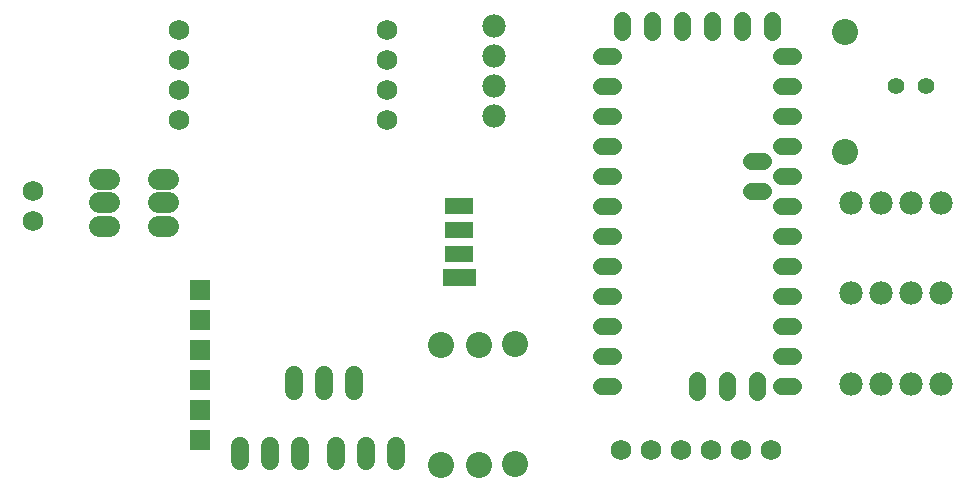
<source format=gbs>
G04 Layer: BottomSolderMaskLayer*
G04 EasyEDA v6.4.7, 2020-11-10T19:46:02+00:00*
G04 68ef014cab984e83be15227dbec4fbb5,fc2761ce2fcb42ad9aa58f7a23a2c2a4,10*
G04 Gerber Generator version 0.2*
G04 Scale: 100 percent, Rotated: No, Reflected: No *
G04 Dimensions in millimeters *
G04 leading zeros omitted , absolute positions ,3 integer and 3 decimal *
%FSLAX33Y33*%
%MOMM*%
G90*
D02*

%ADD23C,1.524000*%
%ADD32C,1.473200*%
%ADD33C,1.803197*%
%ADD34C,2.203196*%
%ADD35C,1.403096*%
%ADD38C,1.981200*%
%ADD39C,1.727200*%

%LPD*%
G54D32*
G01X53919Y37832D02*
G01X54935Y37832D01*
G01X53919Y35292D02*
G01X54935Y35292D01*
G01X53919Y32752D02*
G01X54935Y32752D01*
G01X53919Y30212D02*
G01X54935Y30212D01*
G01X53919Y27672D02*
G01X54935Y27672D01*
G01X53919Y25132D02*
G01X54935Y25132D01*
G01X53919Y22592D02*
G01X54935Y22592D01*
G01X53919Y20052D02*
G01X54935Y20052D01*
G01X53919Y17512D02*
G01X54935Y17512D01*
G01X53919Y14972D02*
G01X54935Y14972D01*
G01X53919Y12432D02*
G01X54935Y12432D01*
G01X53919Y9892D02*
G01X54935Y9892D01*
G01X66619Y26402D02*
G01X67635Y26402D01*
G01X66619Y28942D02*
G01X67635Y28942D01*
G01X69159Y9892D02*
G01X70175Y9892D01*
G01X69159Y12432D02*
G01X70175Y12432D01*
G01X69159Y14972D02*
G01X70175Y14972D01*
G01X69159Y17512D02*
G01X70175Y17512D01*
G01X69159Y20052D02*
G01X70175Y20052D01*
G01X69159Y22592D02*
G01X70175Y22592D01*
G01X69159Y25132D02*
G01X70175Y25132D01*
G01X69159Y27672D02*
G01X70175Y27672D01*
G01X69159Y30212D02*
G01X70175Y30212D01*
G01X69159Y32752D02*
G01X70175Y32752D01*
G01X69159Y35292D02*
G01X70175Y35292D01*
G01X55697Y40880D02*
G01X55697Y39864D01*
G01X58237Y40880D02*
G01X58237Y39864D01*
G01X60777Y40880D02*
G01X60777Y39864D01*
G01X63317Y40880D02*
G01X63317Y39864D01*
G01X65857Y40880D02*
G01X65857Y39864D01*
G01X68397Y40880D02*
G01X68397Y39864D01*
G01X67127Y10400D02*
G01X67127Y9384D01*
G01X64587Y10400D02*
G01X64587Y9384D01*
G01X62047Y10400D02*
G01X62047Y9384D01*
G01X69159Y37832D02*
G01X70175Y37832D01*
G54D23*
G01X31447Y3556D02*
G01X31447Y4877D01*
G01X36527Y3556D02*
G01X36527Y4877D01*
G01X33987Y3556D02*
G01X33987Y4877D01*
G01X23319Y3556D02*
G01X23319Y4877D01*
G01X28399Y3556D02*
G01X28399Y4877D01*
G01X25859Y3556D02*
G01X25859Y4877D01*
G01X27891Y9525D02*
G01X27891Y10846D01*
G01X32971Y9525D02*
G01X32971Y10846D01*
G01X30431Y9525D02*
G01X30431Y10846D01*
G54D33*
G01X12261Y27474D02*
G01X11361Y27474D01*
G01X12261Y25475D02*
G01X11361Y25475D01*
G01X12261Y23473D02*
G01X11361Y23473D01*
G01X17259Y27474D02*
G01X16359Y27474D01*
G01X17259Y25475D02*
G01X16359Y25475D01*
G01X17259Y23473D02*
G01X16359Y23473D01*
G54D34*
G01X40386Y3217D03*
G01X40386Y13377D03*
G01X43561Y3217D03*
G01X43561Y13377D03*
G01X46609Y3344D03*
G01X46609Y13504D03*
G01X74549Y39920D03*
G01X74549Y29760D03*
G54D35*
G01X78867Y35348D03*
G01X81407Y35348D03*
G36*
G01X40538Y18380D02*
G01X40538Y19854D01*
G01X43281Y19854D01*
G01X43281Y18380D01*
G01X40538Y18380D01*
G37*
G36*
G01X40728Y20422D02*
G01X40728Y21825D01*
G01X43091Y21825D01*
G01X43091Y20422D01*
G01X40728Y20422D01*
G37*
G36*
G01X40728Y22429D02*
G01X40728Y23831D01*
G01X43091Y23831D01*
G01X43091Y22429D01*
G01X40728Y22429D01*
G37*
G36*
G01X40728Y24486D02*
G01X40728Y25889D01*
G01X43091Y25889D01*
G01X43091Y24486D01*
G01X40728Y24486D01*
G37*
G54D38*
G01X44831Y40428D03*
G01X44831Y37888D03*
G01X44831Y35348D03*
G01X44831Y32808D03*
G01X75057Y10075D03*
G01X77597Y10075D03*
G01X80137Y10075D03*
G01X82677Y10075D03*
G01X75057Y17822D03*
G01X77597Y17822D03*
G01X80137Y17822D03*
G01X82677Y17822D03*
G01X75057Y25442D03*
G01X77597Y25442D03*
G01X80137Y25442D03*
G01X82677Y25442D03*
G54D39*
G01X68326Y4487D03*
G01X65786Y4487D03*
G01X63246Y4487D03*
G01X60706Y4487D03*
G01X58166Y4487D03*
G01X55626Y4487D03*
G01X18161Y40047D03*
G01X18161Y37507D03*
G01X18161Y34967D03*
G01X18161Y32427D03*
G01X35814Y40047D03*
G01X35814Y37507D03*
G01X35814Y34967D03*
G01X35814Y32427D03*
G01X5842Y26458D03*
G01X5842Y23918D03*
G36*
G01X19075Y17212D02*
G01X19075Y18939D01*
G01X20802Y18939D01*
G01X20802Y17212D01*
G01X19075Y17212D01*
G37*
G36*
G01X19075Y14672D02*
G01X19075Y16399D01*
G01X20802Y16399D01*
G01X20802Y14672D01*
G01X19075Y14672D01*
G37*
G36*
G01X19075Y12132D02*
G01X19075Y13859D01*
G01X20802Y13859D01*
G01X20802Y12132D01*
G01X19075Y12132D01*
G37*
G36*
G01X19075Y9592D02*
G01X19075Y11319D01*
G01X20802Y11319D01*
G01X20802Y9592D01*
G01X19075Y9592D01*
G37*
G36*
G01X19075Y7052D02*
G01X19075Y8779D01*
G01X20802Y8779D01*
G01X20802Y7052D01*
G01X19075Y7052D01*
G37*
G36*
G01X19075Y4512D02*
G01X19075Y6239D01*
G01X20802Y6239D01*
G01X20802Y4512D01*
G01X19075Y4512D01*
G37*
M00*
M02*

</source>
